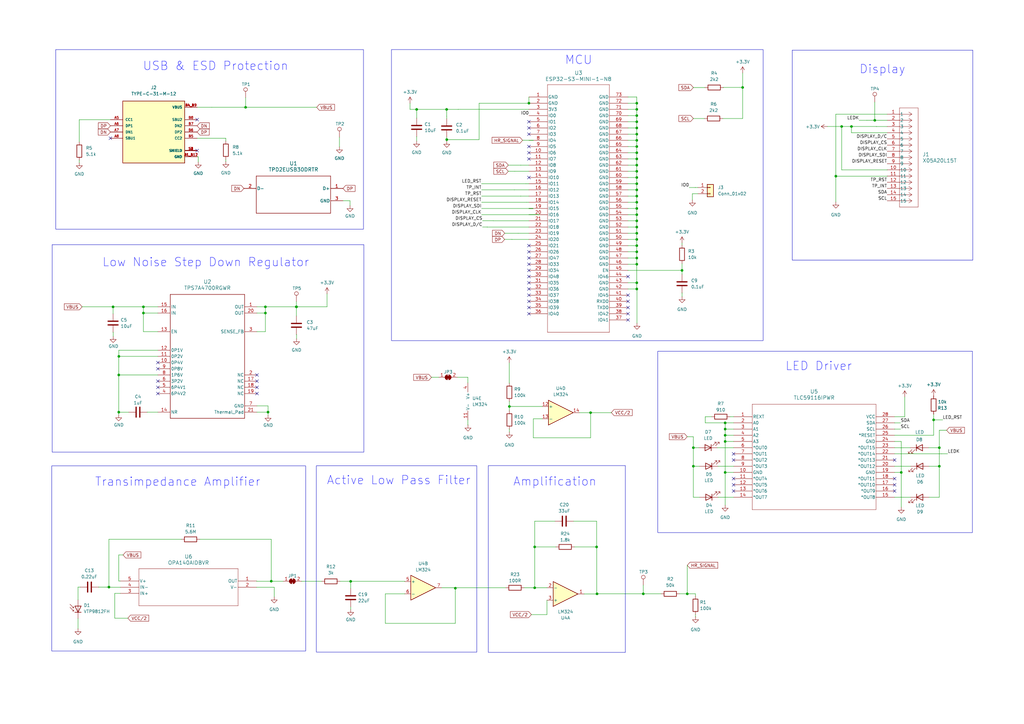
<source format=kicad_sch>
(kicad_sch (version 20230121) (generator eeschema)
  (paper "A3")
  (title_block (title "Optical Pulseoximeter") (date "2024-10-31") (rev "V1") (company "Iiro Karppanen"))
  (junction (at 261.1842 44.864))
  (junction (at 48.7133 153.7904))
  (junction (at 108.8641 128.3904))
  (junction (at 261.1842 105.824))
  (junction (at 143.8185 238.4423))
  (junction (at 46.3694 125.8588))
  (junction (at 261.1842 80.424))
  (junction (at 108.8641 125.8504))
  (junction (at 297.4097 181.0665))
  (junction (at 263.8502 243.5635))
  (junction (at 183.2333 57.2561))
  (junction (at 261.1842 118.524))
  (junction (at 170.8832 44.8748))
  (junction (at 261.1842 85.504))
  (junction (at 261.1842 57.564))
  (junction (at 261.1842 60.104))
  (junction (at 261.1842 115.984))
  (junction (at 261.1842 88.044))
  (junction (at 183.1795 44.8748))
  (junction (at 261.1842 49.944))
  (junction (at 304.582 35.8717))
  (junction (at 382.9143 172.2212))
  (junction (at 281.8831 243.5635))
  (junction (at 48.7586 146.1704))
  (junction (at 244.8709 243.5635))
  (junction (at 297.4166 173.4465))
  (junction (at 44.6809 240.7941))
  (junction (at 261.1842 98.204))
  (junction (at 261.1842 95.664))
  (junction (at 242.2241 169.2515))
  (junction (at 244.6934 224.3258))
  (junction (at 297.4097 178.5265))
  (junction (at 261.1842 72.804))
  (junction (at 109.9353 169.0304))
  (junction (at 261.1842 52.484))
  (junction (at 261.1842 62.644))
  (junction (at 111.2598 238.3706))
  (junction (at 261.1842 82.964))
  (junction (at 261.1842 75.344))
  (junction (at 297.4166 175.9865))
  (junction (at 216.9387 42.324))
  (junction (at 261.1842 55.024))
  (junction (at 208.9278 166.7115))
  (junction (at 284.3879 191.2063))
  (junction (at 261.1842 93.124))
  (junction (at 261.1842 65.184))
  (junction (at 342.8249 72.2525))
  (junction (at 58.8299 125.8504))
  (junction (at 261.1842 77.884))
  (junction (at 186.767 241.2428))
  (junction (at 100.7214 44.0175))
  (junction (at 261.1842 108.364))
  (junction (at 261.1842 42.324))
  (junction (at 58.8299 128.3904))
  (junction (at 358.7918 49.3537))
  (junction (at 121.5739 125.8504))
  (junction (at 219.2905 224.3258))
  (junction (at 279.7257 110.9059))
  (junction (at 261.1842 103.284))
  (junction (at 261.1842 100.744))
  (junction (at 219.2905 241.0837))
  (junction (at 385.273 183.6283))
  (junction (at 121.5838 125.8504))
  (junction (at 284.3879 183.6132))
  (junction (at 48.7133 169.0369))
  (junction (at 369.6496 193.7665))
  (junction (at 297.4097 193.7665))
  (junction (at 261.1842 67.724))
  (junction (at 261.1842 47.404))
  (junction (at 345.1975 51.8813))
  (junction (at 385.273 191.2156))
  (junction (at 349.2251 51.8813))
  (junction (at 261.1842 70.264))
  (junction (at 261.1842 90.584))
  (no_connect (at 80.8516 61.7685))
  (no_connect (at 257.5787 123.604))
  (no_connect (at 216.9387 110.904))
  (no_connect (at 300.8782 186.1465))
  (no_connect (at 216.9387 65.184))
  (no_connect (at 216.9387 100.744))
  (no_connect (at 64.7551 156.3304))
  (no_connect (at 300.8782 198.8465))
  (no_connect (at 105.3951 156.3304))
  (no_connect (at 64.7551 158.8704))
  (no_connect (at 64.7551 148.7104))
  (no_connect (at 64.7551 161.4104))
  (no_connect (at 216.9387 105.824))
  (no_connect (at 366.9182 198.8465))
  (no_connect (at 366.9182 201.3865))
  (no_connect (at 64.7551 151.2504))
  (no_connect (at 216.9387 103.284))
  (no_connect (at 216.9387 72.804))
  (no_connect (at 216.9387 55.024))
  (no_connect (at 216.9387 60.104))
  (no_connect (at 257.5787 131.224))
  (no_connect (at 216.9387 108.364))
  (no_connect (at 105.3951 153.7904))
  (no_connect (at 216.9387 49.944))
  (no_connect (at 216.9387 62.644))
  (no_connect (at 366.9182 196.3065))
  (no_connect (at 257.5787 121.064))
  (no_connect (at 300.8782 201.3865))
  (no_connect (at 105.3951 161.4104))
  (no_connect (at 216.9387 113.444))
  (no_connect (at 216.9387 52.484))
  (no_connect (at 105.3951 158.8704))
  (no_connect (at 216.9387 128.684))
  (no_connect (at 257.5787 113.444))
  (no_connect (at 80.8516 49.0685))
  (no_connect (at 257.5787 126.144))
  (no_connect (at 216.9387 118.524))
  (no_connect (at 216.9387 123.604))
  (no_connect (at 216.9387 115.984))
  (no_connect (at 45.2916 56.6885))
  (no_connect (at 366.9182 188.6865))
  (no_connect (at 216.9387 126.144))
  (no_connect (at 216.9387 121.064))
  (no_connect (at 257.5787 128.684))
  (no_connect (at 300.8782 188.6865))
  (no_connect (at 300.8782 196.3065))
  (wire (pts (xy 304.582 29.9313) (xy 304.582 35.8717)))
  (wire (pts (xy 196.4965 57.2561) (xy 183.2333 57.2561)))
  (wire (pts (xy 242.2241 169.2515) (xy 250.7478 169.2515)))
  (wire (pts (xy 170.8832 44.8748) (xy 183.1795 44.8748)))
  (wire (pts (xy 244.6934 213.744) (xy 235.2328 213.744)))
  (wire (pts (xy 242.2241 179.5868) (xy 242.2241 169.2515)))
  (wire (pts (xy 289.2755 173.4465) (xy 297.4166 173.4465)))
  (wire (pts (xy 257.5787 110.9059) (xy 257.5787 110.904)))
  (wire (pts (xy 183.2333 57.2561) (xy 183.2333 57.9183)))
  (wire (pts (xy 191.9063 154.758) (xy 191.9063 157.0063)))
  (wire (pts (xy 121.5739 125.8504) (xy 121.5838 125.8504)))
  (wire (pts (xy 158.065 243.5785) (xy 165.9622 243.5785)))
  (wire (pts (xy 183.2333 56.2725) (xy 183.1963 56.2725)))
  (wire (pts (xy 261.1842 47.404) (xy 261.1842 49.944)))
  (wire (pts (xy 143.5596 82.3656) (xy 140.6714 82.3656)))
  (wire (pts (xy 373.4634 191.2156) (xy 366.9182 191.2156)))
  (wire (pts (xy 186.767 241.0431) (xy 181.2022 241.0431)))
  (wire (pts (xy 257.5787 49.944) (xy 261.1842 49.944)))
  (wire (pts (xy 183.1795 44.8748) (xy 183.1795 47.6239)))
  (wire (pts (xy 250.7478 169.2034) (xy 250.7478 169.2515)))
  (wire (pts (xy 143.8185 248.9483) (xy 143.8185 249.916)))
  (wire (pts (xy 208.9278 164.7136) (xy 208.9278 166.7115)))
  (wire (pts (xy 111.2598 221.2094) (xy 111.2598 238.3706)))
  (wire (pts (xy 208.8701 148.8274) (xy 208.8701 157.0936)))
  (wire (pts (xy 345.1975 69.6875) (xy 363.8524 69.6875)))
  (wire (pts (xy 297.4097 193.7665) (xy 300.8782 193.7665)))
  (wire (pts (xy 224.3372 246.1533) (xy 224.3372 252.0633)))
  (wire (pts (xy 58.8299 125.8504) (xy 46.3694 125.8504)))
  (wire (pts (xy 300.8782 170.8998) (xy 300.8782 170.9065)))
  (wire (pts (xy 207.0132 95.6653) (xy 212.5152 95.6653)))
  (wire (pts (xy 64.7551 143.6304) (xy 48.7586 143.6304)))
  (wire (pts (xy 261.1842 77.884) (xy 261.1842 80.424)))
  (wire (pts (xy 105.3951 128.3904) (xy 108.8641 128.3904)))
  (wire (pts (xy 283.9883 82.0146) (xy 283.9883 79.4437)))
  (wire (pts (xy 64.7551 125.8504) (xy 58.8299 125.8504)))
  (wire (pts (xy 108.8641 128.3904) (xy 108.8641 125.8504)))
  (wire (pts (xy 197.5134 77.883) (xy 210.9931 77.883)))
  (wire (pts (xy 261.1842 118.524) (xy 257.5787 118.524)))
  (wire (pts (xy 81.3166 64.3085) (xy 80.8516 64.3085)))
  (wire (pts (xy 284.3666 35.9015) (xy 284.3666 35.9029)))
  (wire (pts (xy 281.8831 243.5635) (xy 285.2478 243.5635)))
  (wire (pts (xy 219.2905 224.3258) (xy 228.0031 224.3258)))
  (wire (pts (xy 283.9883 79.4437) (xy 286.2506 79.4437)))
  (wire (pts (xy 208.8701 157.0936) (xy 208.9133 157.0936)))
  (wire (pts (xy 371.0703 162.7995) (xy 371.0703 170.9065)))
  (wire (pts (xy 386.1601 186.1469) (xy 386.1601 186.1465)))
  (wire (pts (xy 284.3879 203.9416) (xy 286.9263 203.9416)))
  (wire (pts (xy 221.1531 88.044) (xy 216.9387 88.044)))
  (wire (pts (xy 170.8832 48.4341) (xy 170.8798 48.4341)))
  (wire (pts (xy 304.582 35.8717) (xy 304.582 48.6085)))
  (wire (pts (xy 210.9931 77.884) (xy 216.9387 77.884)))
  (wire (pts (xy 279.7389 120.1696) (xy 279.7257 120.1696)))
  (wire (pts (xy 355.4548 49.3614) (xy 355.4548 49.3537)))
  (wire (pts (xy 261.1842 103.284) (xy 261.1842 105.824)))
  (wire (pts (xy 352.3275 49.3614) (xy 355.4548 49.3614)))
  (wire (pts (xy 143.8185 238.4423) (xy 165.9622 238.4423)))
  (wire (pts (xy 48.7133 153.7904) (xy 48.7133 146.1704)))
  (wire (pts (xy 261.2556 118.524) (xy 261.1842 118.524)))
  (wire (pts (xy 285.225 76.9075) (xy 285.225 76.9037)))
  (wire (pts (xy 44.6809 240.7941) (xy 44.6809 240.8421)))
  (wire (pts (xy 261.1842 55.024) (xy 261.1842 57.564)))
  (wire (pts (xy 48.7133 153.7904) (xy 48.7133 169.0369)))
  (wire (pts (xy 304.582 48.6085) (xy 296.4934 48.6085)))
  (wire (pts (xy 285.2478 252.9096) (xy 285.2649 252.9096)))
  (wire (pts (xy 257.5787 115.984) (xy 261.1842 115.984)))
  (wire (pts (xy 111.2598 238.3706) (xy 105.2505 238.3706)))
  (wire (pts (xy 278.7171 243.5635) (xy 281.8831 243.5635)))
  (wire (pts (xy 212.5152 95.6653) (xy 212.5152 95.664)))
  (wire (pts (xy 261.1842 105.824) (xy 261.1842 108.364)))
  (wire (pts (xy 47.0788 243.3811) (xy 49.3705 243.3811)))
  (wire (pts (xy 197.8943 93.1111) (xy 199.8206 93.1111)))
  (wire (pts (xy 257.5787 44.864) (xy 261.1842 44.864)))
  (wire (pts (xy 385.273 176.4723) (xy 385.273 183.6283)))
  (wire (pts (xy 285.2478 244.4589) (xy 285.2478 243.5635)))
  (wire (pts (xy 64.7551 153.7904) (xy 48.7133 153.7904)))
  (wire (pts (xy 261.1842 57.564) (xy 261.1842 60.104)))
  (wire (pts (xy 386.5989 172.2212) (xy 386.5989 172.2059)))
  (wire (pts (xy 239.5772 243.6133) (xy 244.8709 243.6133)))
  (wire (pts (xy 216.9387 42.324) (xy 196.4965 42.324)))
  (wire (pts (xy 40.5096 240.796) (xy 40.5096 240.7863)))
  (wire (pts (xy 109.9353 169.0304) (xy 109.9353 170.265)))
  (wire (pts (xy 261.1842 98.204) (xy 261.1842 100.744)))
  (wire (pts (xy 143.8185 238.4423) (xy 143.8185 241.3283)))
  (wire (pts (xy 109.9353 166.4904) (xy 109.9353 169.0304)))
  (wire (pts (xy 382.9143 178.5265) (xy 382.9143 172.2212)))
  (wire (pts (xy 105.3951 169.0304) (xy 109.9353 169.0304)))
  (wire (pts (xy 214.3331 57.5556) (xy 218.7564 57.5556)))
  (wire (pts (xy 366.9182 203.9333) (xy 366.9182 203.9265)))
  (wire (pts (xy 31.9988 240.7863) (xy 31.9988 246.038)))
  (wire (pts (xy 43.8824 240.796) (xy 43.8824 240.7941)))
  (wire (pts (xy 216.0731 82.964) (xy 216.9387 82.964)))
  (wire (pts (xy 300.8782 181.0665) (xy 297.4097 181.0665)))
  (wire (pts (xy 358.7918 41.9069) (xy 358.7791 41.9069)))
  (wire (pts (xy 257.5787 62.644) (xy 261.1842 62.644)))
  (wire (pts (xy 261.1842 67.724) (xy 261.1842 70.264)))
  (wire (pts (xy 215.0353 241.0837) (xy 215.0353 241.068)))
  (wire (pts (xy 366.9182 173.4523) (xy 366.9182 173.4465)))
  (wire (pts (xy 183.2333 56.2725) (xy 183.2333 57.2561)))
  (wire (pts (xy 218.7564 57.5556) (xy 218.7564 57.564)))
  (wire (pts (xy 366.9182 183.6283) (xy 366.9182 183.6065)))
  (wire (pts (xy 382.9143 172.2212) (xy 382.9143 169.9302)))
  (wire (pts (xy 342.8249 72.2525) (xy 363.8524 72.2525)))
  (wire (pts (xy 261.1842 80.424) (xy 261.1842 82.964)))
  (wire (pts (xy 263.8502 243.5635) (xy 263.8502 240.0161)))
  (wire (pts (xy 170.8647 56.0541) (xy 170.8798 56.0541)))
  (wire (pts (xy 369.3801 175.9923) (xy 366.9182 175.9923)))
  (wire (pts (xy 373.4265 203.9333) (xy 366.9182 203.9333)))
  (wire (pts (xy 261.1842 44.864) (xy 261.1842 47.404)))
  (wire (pts (xy 100.7214 44.0175) (xy 100.7214 40.034)))
  (wire (pts (xy 58.8299 136.0104) (xy 64.7551 136.0104)))
  (wire (pts (xy 64.7551 128.3904) (xy 58.8299 128.3904)))
  (wire (pts (xy 134.1278 120.5199) (xy 134.1278 125.8504)))
  (wire (pts (xy 300.8782 183.6132) (xy 300.8782 183.6065)))
  (wire (pts (xy 244.7238 243.5635) (xy 244.7238 224.3258)))
  (wire (pts (xy 289.2755 170.8998) (xy 289.2755 173.4465)))
  (wire (pts (xy 168.1659 42.3389) (xy 168.1659 44.8748)))
  (wire (pts (xy 359.4934 51.8937) (xy 359.4934 51.8813)))
  (wire (pts (xy 210.9931 77.883) (xy 210.9931 77.884)))
  (wire (pts (xy 32.8896 240.7863) (xy 31.9988 240.7863)))
  (wire (pts (xy 48.7586 146.1704) (xy 64.7551 146.1704)))
  (wire (pts (xy 74.3483 221.2094) (xy 44.6809 221.2094)))
  (wire (pts (xy 284.3879 191.2063) (xy 286.8733 191.2063)))
  (wire (pts (xy 304.582 35.8717) (xy 296.7244 35.8717)))
  (wire (pts (xy 388.2568 176.4723) (xy 385.273 176.4723)))
  (wire (pts (xy 257.5787 80.424) (xy 261.1842 80.424)))
  (wire (pts (xy 257.5787 108.364) (xy 261.1842 108.364)))
  (wire (pts (xy 279.7257 110.9059) (xy 279.7257 112.5496)))
  (wire (pts (xy 105.3951 125.8504) (xy 108.8641 125.8504)))
  (wire (pts (xy 206.9606 98.2009) (xy 209.9752 98.2009)))
  (wire (pts (xy 116.1092 238.3706) (xy 111.2598 238.3706)))
  (wire (pts (xy 388.6917 186.1469) (xy 386.1601 186.1469)))
  (wire (pts (xy 218.6131 85.504) (xy 216.9387 85.504)))
  (wire (pts (xy 359.4934 51.8937) (xy 363.8524 51.8937)))
  (wire (pts (xy 345.1975 51.8813) (xy 339.3612 51.8813)))
  (wire (pts (xy 212.5152 95.664) (xy 216.9387 95.664)))
  (wire (pts (xy 44.6809 221.2094) (xy 44.6809 240.7941)))
  (wire (pts (xy 349.2251 51.8813) (xy 345.1975 51.8813)))
  (wire (pts (xy 257.5787 39.784) (xy 261.1842 39.784)))
  (wire (pts (xy 139.2316 60.2356) (xy 139.2316 56.2521)))
  (wire (pts (xy 218.6131 85.503) (xy 218.6131 85.504)))
  (wire (pts (xy 257.5787 105.824) (xy 261.1842 105.824)))
  (wire (pts (xy 199.8206 93.124) (xy 216.9387 93.124)))
  (wire (pts (xy 342.8249 72.2525) (xy 342.8249 82.833)))
  (wire (pts (xy 208.9418 176.0327) (xy 208.9278 176.0327)))
  (wire (pts (xy 202.3606 90.584) (xy 216.9387 90.584)))
  (wire (pts (xy 297.4097 178.5265) (xy 297.4097 181.0665)))
  (wire (pts (xy 186.8003 241.068) (xy 186.8003 241.2428)))
  (wire (pts (xy 294.5463 203.9265) (xy 294.5463 203.9416)))
  (wire (pts (xy 281.8831 231.8405) (xy 281.8831 243.5635)))
  (wire (pts (xy 284.3879 179.1064) (xy 284.3879 183.6132)))
  (wire (pts (xy 369.6496 193.7665) (xy 369.6496 181.0665)))
  (wire (pts (xy 100.7214 44.0175) (xy 86.8803 44.0175)))
  (wire (pts (xy 300.8782 191.2063) (xy 300.8782 191.2265)))
  (wire (pts (xy 217.9286 252.0633) (xy 224.3372 252.0633)))
  (wire (pts (xy 261.1842 85.504) (xy 261.1842 88.044)))
  (wire (pts (xy 208.9278 166.7115) (xy 208.9278 168.4127)))
  (wire (pts (xy 191.9063 172.2463) (xy 191.9063 174.2874)))
  (wire (pts (xy 92.6324 66.2123) (xy 92.6335 66.2123)))
  (wire (pts (xy 261.1842 75.344) (xy 261.1842 77.884)))
  (wire (pts (xy 261.1842 39.784) (xy 261.1842 42.324)))
  (wire (pts (xy 257.5787 100.744) (xy 261.1842 100.744)))
  (wire (pts (xy 216.9387 39.784) (xy 216.9387 42.324)))
  (wire (pts (xy 186.767 241.2428) (xy 186.767 255.6768)))
  (wire (pts (xy 187.9021 44.864) (xy 216.9387 44.864)))
  (wire (pts (xy 139.5295 238.4423) (xy 143.8185 238.4423)))
  (wire (pts (xy 52.4437 253.5284) (xy 47.0788 253.5284)))
  (wire (pts (xy 170.8832 44.8748) (xy 170.8832 48.4341)))
  (wire (pts (xy 209.9752 98.204) (xy 216.9387 98.204)))
  (wire (pts (xy 296.7244 35.8717) (xy 296.7244 35.9015)))
  (wire (pts (xy 48.7586 143.6304) (xy 48.7586 146.1704)))
  (wire (pts (xy 191.9063 174.2874) (xy 191.9436 174.2874)))
  (wire (pts (xy 165.9622 238.4423) (xy 165.9622 238.5031)))
  (wire (pts (xy 105.2505 238.3706) (xy 105.2505 238.3011)))
  (wire (pts (xy 244.8709 243.5635) (xy 263.8502 243.5635)))
  (wire (pts (xy 32.5341 65.7912) (xy 32.5274 65.7912)))
  (wire (pts (xy 385.273 191.2156) (xy 385.273 203.9333)))
  (wire (pts (xy 33.6724 125.8588) (xy 33.6724 125.8382)))
  (wire (pts (xy 237.6333 169.2515) (xy 242.2241 169.2515)))
  (wire (pts (xy 105.2505 240.85) (xy 105.2505 240.8411)))
  (wire (pts (xy 261.2556 132.5381) (xy 261.2556 118.524)))
  (wire (pts (xy 208.4753 70.2619) (xy 211.0639 70.2619)))
  (wire (pts (xy 369.3801 173.4523) (xy 366.9182 173.4523)))
  (wire (pts (xy 261.1842 72.804) (xy 261.1842 75.344)))
  (wire (pts (xy 108.8641 125.8504) (xy 121.5739 125.8504)))
  (wire (pts (xy 257.5787 110.9059) (xy 279.7257 110.9059)))
  (wire (pts (xy 261.1842 115.984) (xy 261.1842 118.524)))
  (wire (pts (xy 49.3705 240.8421) (xy 49.3705 240.8411)))
  (wire (pts (xy 86.8803 43.9885) (xy 80.8516 43.9885)))
  (wire (pts (xy 168.1659 44.8748) (xy 170.8832 44.8748)))
  (wire (pts (xy 48.6684 169.0369) (xy 48.6684 170.095)))
  (wire (pts (xy 227.6128 213.744) (xy 219.2905 213.744)))
  (wire (pts (xy 300.8782 175.9865) (xy 297.4166 175.9865)))
  (wire (pts (xy 197.5134 82.963) (xy 216.0731 82.963)))
  (wire (pts (xy 244.7238 224.3258) (xy 244.6934 224.3258)))
  (wire (pts (xy 158.065 255.6768) (xy 186.767 255.6768)))
  (wire (pts (xy 208.4753 67.7219) (xy 213.6039 67.7219)))
  (wire (pts (xy 261.1842 62.644) (xy 261.1842 65.184)))
  (wire (pts (xy 385.273 191.2156) (xy 381.0834 191.2156)))
  (wire (pts (xy 366.9182 191.2156) (xy 366.9182 191.2265)))
  (wire (pts (xy 45.2916 49.0685) (xy 32.5274 49.0685)))
  (wire (pts (xy 257.5787 88.044) (xy 261.1842 88.044)))
  (wire (pts (xy 263.8502 240.0161) (xy 263.8556 240.0161)))
  (wire (pts (xy 285.225 76.9037) (xy 286.2506 76.9037)))
  (wire (pts (xy 121.6208 138.8796) (xy 121.6208 137.2338)))
  (wire (pts (xy 80.8516 56.6885) (xy 92.6324 56.6885)))
  (wire (pts (xy 196.4965 42.324) (xy 196.4965 57.2561)))
  (wire (pts (xy 219.2905 224.3258) (xy 219.2905 241.0837)))
  (wire (pts (xy 219.2905 241.0837) (xy 224.3372 241.0837)))
  (wire (pts (xy 222.3933 171.7915) (xy 218.7641 171.7915)))
  (wire (pts (xy 46.4064 137.9599) (xy 46.4064 136.3141)))
  (wire (pts (xy 355.4548 49.3537) (xy 358.7918 49.3537)))
  (wire (pts (xy 221.1531 88.043) (xy 221.1531 88.044)))
  (wire (pts (xy 213.5331 80.423) (xy 213.5331 80.424)))
  (wire (pts (xy 363.8524 72.2525) (xy 363.8524 72.2137)))
  (wire (pts (xy 108.8641 136.0104) (xy 108.8641 128.3904)))
  (wire (pts (xy 285.2478 252.0789) (xy 285.2478 252.9096)))
  (wire (pts (xy 261.1842 93.124) (xy 261.1842 95.664)))
  (wire (pts (xy 216.0731 82.963) (xy 216.0731 82.964)))
  (wire (pts (xy 176.957 154.758) (xy 176.957 154.7787)))
  (wire (pts (xy 257.5787 82.964) (xy 261.1842 82.964)))
  (wire (pts (xy 257.5787 67.724) (xy 261.1842 67.724)))
  (wire (pts (xy 211.0639 70.2619) (xy 211.0639 70.264)))
  (wire (pts (xy 294.4933 191.2063) (xy 300.8782 191.2063)))
  (wire (pts (xy 235.6231 224.3258) (xy 244.6934 224.3258)))
  (wire (pts (xy 358.7918 49.3537) (xy 358.7918 41.9069)))
  (wire (pts (xy 244.8709 243.6133) (xy 244.8709 243.5635)))
  (wire (pts (xy 48.7208 238.3011) (xy 49.3705 238.3011)))
  (wire (pts (xy 121.6208 137.2338) (xy 121.5838 137.2338)))
  (wire (pts (xy 58.8299 128.3904) (xy 58.8299 136.0104)))
  (wire (pts (xy 31.9988 257.8327) (xy 31.9988 253.658)))
  (wire (pts (xy 261.1842 88.044) (xy 261.1842 90.584)))
  (wire (pts (xy 58.8299 125.8504) (xy 58.8299 128.3904)))
  (wire (pts (xy 257.5787 65.184) (xy 261.1842 65.184)))
  (wire (pts (xy 170.8647 57.8462) (xy 170.8647 56.0541)))
  (wire (pts (xy 218.7564 57.564) (xy 216.9387 57.564)))
  (wire (pts (xy 158.065 243.5785) (xy 158.065 255.6768)))
  (wire (pts (xy 385.273 203.9333) (xy 381.0465 203.9333)))
  (wire (pts (xy 284.3666 48.6085) (xy 284.3666 48.6029)))
  (wire (pts (xy 281.857 179.1064) (xy 284.3879 179.1064)))
  (wire (pts (xy 257.5787 57.564) (xy 261.1842 57.564)))
  (wire (pts (xy 257.5787 75.344) (xy 261.1842 75.344)))
  (wire (pts (xy 257.5787 85.504) (xy 261.1842 85.504)))
  (wire (pts (xy 261.1842 108.364) (xy 261.1842 115.984)))
  (wire (pts (xy 244.6934 224.3258) (xy 244.6934 213.744)))
  (wire (pts (xy 294.2277 183.6132) (xy 300.8782 183.6132)))
  (wire (pts (xy 208.9278 164.7136) (xy 208.9133 164.7136)))
  (wire (pts (xy 371.0703 170.9065) (xy 366.9182 170.9065)))
  (wire (pts (xy 43.8824 240.7941) (xy 44.6809 240.7941)))
  (wire (pts (xy 386.1601 186.1465) (xy 366.9182 186.1465)))
  (wire (pts (xy 134.1278 125.8504) (xy 121.5838 125.8504)))
  (wire (pts (xy 345.1975 69.6875) (xy 345.1975 51.8813)))
  (wire (pts (xy 218.7641 179.5868) (xy 242.2241 179.5868)))
  (wire (pts (xy 261.1842 65.184) (xy 261.1842 67.724)))
  (wire (pts (xy 261.1842 52.484) (xy 261.1842 55.024)))
  (wire (pts (xy 81.3166 64.3085) (xy 81.3166 66.4211)))
  (wire (pts (xy 165.9622 243.5785) (xy 165.9622 243.5831)))
  (wire (pts (xy 385.273 183.6283) (xy 385.273 191.2156)))
  (wire (pts (xy 261.1842 82.964) (xy 261.1842 85.504)))
  (wire (pts (xy 284.3879 191.2063) (xy 284.3879 203.9416)))
  (wire (pts (xy 369.6496 207.9818) (xy 369.6496 193.7665)))
  (wire (pts (xy 46.4064 136.3141) (xy 46.3694 136.3141)))
  (wire (pts (xy 32.5341 66.6939) (xy 32.5341 65.7912)))
  (wire (pts (xy 92.6324 65.4275) (xy 92.6324 66.2123)))
  (wire (pts (xy 297.4166 173.4465) (xy 297.4166 175.9865)))
  (wire (pts (xy 349.2251 54.4337) (xy 349.2251 51.8813)))
  (wire (pts (xy 47.0788 253.5284) (xy 47.0788 243.3811)))
  (wire (pts (xy 92.6324 56.6885) (xy 92.6324 57.8075)))
  (wire (pts (xy 105.3951 166.4904) (xy 109.9353 166.4904)))
  (wire (pts (xy 183.1795 47.6239) (xy 183.1963 47.6239)))
  (wire (pts (xy 257.5787 47.404) (xy 261.1842 47.404)))
  (wire (pts (xy 291.8242 170.8998) (xy 289.2755 170.8998)))
  (wire (pts (xy 342.8249 46.8137) (xy 342.8249 72.2525)))
  (wire (pts (xy 46.3694 125.8588) (xy 46.3694 128.6941)))
  (wire (pts (xy 382.9143 172.2212) (xy 386.5989 172.2212)))
  (wire (pts (xy 261.1842 90.584) (xy 261.1842 93.124)))
  (wire (pts (xy 288.8734 48.6085) (xy 284.3666 48.6085)))
  (wire (pts (xy 112.4528 240.85) (xy 112.4528 244.7906)))
  (wire (pts (xy 213.6039 67.724) (xy 216.9387 67.724)))
  (wire (pts (xy 369.6496 181.0665) (xy 366.9182 181.0665)))
  (wire (pts (xy 199.8206 93.1111) (xy 199.8206 93.124)))
  (wire (pts (xy 257.5787 55.024) (xy 261.1842 55.024)))
  (wire (pts (xy 297.4097 175.9865) (xy 297.4097 178.5265)))
  (wire (pts (xy 46.3694 125.8504) (xy 46.3694 125.8588)))
  (wire (pts (xy 261.1842 60.104) (xy 261.1842 62.644)))
  (wire (pts (xy 105.3951 136.0104) (xy 108.8641 136.0104)))
  (wire (pts (xy 44.6809 240.8421) (xy 49.3705 240.8421)))
  (wire (pts (xy 284.3879 183.6132) (xy 286.6077 183.6132)))
  (wire (pts (xy 197.5134 80.423) (xy 213.5331 80.423)))
  (wire (pts (xy 284.3879 183.6132) (xy 284.3879 191.2063)))
  (wire (pts (xy 131.9095 238.4423) (xy 123.7292 238.4423)))
  (wire (pts (xy 358.7918 49.3537) (xy 363.8524 49.3537)))
  (wire (pts (xy 186.767 241.0431) (xy 186.767 241.2428)))
  (wire (pts (xy 143.5596 84.2961) (xy 143.5596 82.3656)))
  (wire (pts (xy 261.1842 49.944) (xy 261.1842 52.484)))
  (wire (pts (xy 224.3372 241.0837) (xy 224.3372 241.0733)))
  (wire (pts (xy 50.4793 227.6132) (xy 48.7208 227.6132)))
  (wire (pts (xy 215.5906 75.345) (xy 215.5906 75.344)))
  (wire (pts (xy 244.7238 243.5635) (xy 244.8709 243.5635)))
  (wire (pts (xy 121.5838 125.8504) (xy 121.5838 129.6138)))
  (wire (pts (xy 261.1842 95.664) (xy 261.1842 98.204)))
  (wire (pts (xy 261.1842 100.744) (xy 261.1842 103.284)))
  (wire (pts (xy 197.8943 90.5711) (xy 202.3606 90.5711)))
  (wire (pts (xy 186.8003 241.2428) (xy 186.767 241.2428)))
  (wire (pts (xy 197.5134 85.503) (xy 218.6131 85.503)))
  (wire (pts (xy 207.4153 241.068) (xy 186.8003 241.068)))
  (wire (pts (xy 46.3694 125.8588) (xy 33.6724 125.8588)))
  (wire (pts (xy 257.5787 103.284) (xy 261.1842 103.284)))
  (wire (pts (xy 187.9021 44.8748) (xy 183.1795 44.8748)))
  (wire (pts (xy 380.9135 183.6283) (xy 385.273 183.6283)))
  (wire (pts (xy 289.1044 35.9015) (xy 284.3666 35.9015)))
  (wire (pts (xy 366.9182 175.9923) (xy 366.9182 175.9865)))
  (wire (pts (xy 297.4097 181.0665) (xy 297.4097 193.7665)))
  (wire (pts (xy 100.7214 44.0175) (xy 129.8929 44.0175)))
  (wire (pts (xy 369.6496 193.7665) (xy 366.9182 193.7665)))
  (wire (pts (xy 257.5787 93.124) (xy 261.1842 93.124)))
  (wire (pts (xy 257.5787 52.484) (xy 261.1842 52.484)))
  (wire (pts (xy 123.7292 238.4423) (xy 123.7292 238.3706)))
  (wire (pts (xy 279.73 99.6884) (xy 279.73 100.4915)))
  (wire (pts (xy 40.5096 240.796) (xy 43.8824 240.796)))
  (wire (pts (xy 282.6547 76.9075) (xy 285.225 76.9075)))
  (wire (pts (xy 373.2935 183.6283) (xy 366.9182 183.6283)))
  (wire (pts (xy 48.7133 146.1704) (xy 48.7586 146.1704)))
  (wire (pts (xy 299.4442 170.8998) (xy 300.8782 170.8998)))
  (wire (pts (xy 60.3989 169.0304) (xy 60.3989 169.0369)))
  (wire (pts (xy 279.7389 121.6304) (xy 279.7389 120.1696)))
  (wire (pts (xy 105.2505 240.85) (xy 112.4528 240.85)))
  (wire (pts (xy 211.0639 70.264) (xy 216.9387 70.264)))
  (wire (pts (xy 48.7133 169.0369) (xy 48.6684 169.0369)))
  (wire (pts (xy 297.4166 175.9865) (xy 297.4097 175.9865)))
  (wire (pts (xy 121.5739 123.6958) (xy 121.5739 125.8504)))
  (wire (pts (xy 257.5787 95.664) (xy 261.1842 95.664)))
  (wire (pts (xy 213.5331 80.424) (xy 216.9387 80.424)))
  (wire (pts (xy 218.7641 171.7915) (xy 218.7641 179.5868)))
  (wire (pts (xy 257.5787 60.104) (xy 261.1842 60.104)))
  (wire (pts (xy 183.1963 47.6239) (xy 183.1963 48.6525)))
  (wire (pts (xy 257.5787 42.324) (xy 261.1842 42.324)))
  (wire (pts (xy 32.5274 49.0685) (xy 32.5274 58.1712)))
  (wire (pts (xy 187.5955 154.758) (xy 191.9063 154.758)))
  (wire (pts (xy 300.8782 203.9265) (xy 294.5463 203.9265)))
  (wire (pts (xy 48.7208 227.6132) (xy 48.7208 238.3011)))
  (wire (pts (xy 263.8502 243.5635) (xy 271.0971 243.5635)))
  (wire (pts (xy 222.3933 166.7115) (xy 208.9278 166.7115)))
  (wire (pts (xy 363.8524 69.6737) (xy 363.8524 69.6875)))
  (wire (pts (xy 349.2251 51.8813) (xy 359.4934 51.8813)))
  (wire (pts (xy 257.5787 90.584) (xy 261.1842 90.584)))
  (wire (pts (xy 279.73 108.1115) (xy 279.73 110.9059)))
  (wire (pts (xy 197.5134 88.043) (xy 221.1531 88.043)))
  (wire (pts (xy 297.4097 207.1516) (xy 297.4097 193.7665)))
  (wire (pts (xy 257.5787 98.204) (xy 261.1842 98.204)))
  (wire (pts (xy 257.5787 77.884) (xy 261.1842 77.884)))
  (wire (pts (xy 213.6039 67.7219) (xy 213.6039 67.724)))
  (wire (pts (xy 300.8782 173.4465) (xy 297.4166 173.4465)))
  (wire (pts (xy 279.73 110.9059) (xy 279.7257 110.9059)))
  (wire (pts (xy 209.9752 98.2009) (xy 209.9752 98.204)))
  (wire (pts (xy 257.5787 72.804) (xy 261.1842 72.804)))
  (wire (pts (xy 349.2251 54.4337) (xy 363.8524 54.4337)))
  (wire (pts (xy 208.9418 177.1667) (xy 208.9418 176.0327)))
  (wire (pts (xy 52.7789 169.0369) (xy 48.7133 169.0369)))
  (wire (pts (xy 219.2905 213.744) (xy 219.2905 224.3258)))
  (wire (pts (xy 215.5906 75.344) (xy 216.9387 75.344)))
  (wire (pts (xy 197.4631 75.345) (xy 215.5906 75.345)))
  (wire (pts (xy 81.9683 221.2094) (xy 111.2598 221.2094)))
  (wire (pts (xy 215.0353 241.0837) (xy 219.2905 241.0837)))
  (wire (pts (xy 179.9755 154.758) (xy 176.957 154.758)))
  (wire (pts (xy 64.7551 169.0304) (xy 60.3989 169.0304)))
  (wire (pts (xy 257.5787 70.264) (xy 261.1842 70.264)))
  (wire (pts (xy 261.1842 70.264) (xy 261.1842 72.804)))
  (wire (pts (xy 261.1842 42.324) (xy 261.1842 44.864)))
  (wire (pts (xy 202.3606 90.5711) (xy 202.3606 90.584)))
  (wire (pts (xy 366.9182 178.5265) (xy 382.9143 178.5265)))
  (wire (pts (xy 300.8782 178.5265) (xy 297.4097 178.5265)))
  (wire (pts (xy 187.9021 44.864) (xy 187.9021 44.8748)))
  (wire (pts (xy 86.8803 44.0175) (xy 86.8803 43.9885)))
  (wire (pts (xy 363.8524 46.8137) (xy 342.8249 46.8137)))
  (rectangle (start 324.9383 20.5699) (end 399.0084 106.68))
  (rectangle (start 269.7953 144.0466) (end 398.8396 218.44))
  (rectangle (start 21.2241 191.0834) (end 125.3641 267.0156))
  (rectangle (start 129.7539 191.0421) (end 195.58 267.4461))
  (rectangle (start 21.3819 100.3406) (end 149.2512 185.42))
  (rectangle (start 160.5612 20.32) (end 312.9838 139.7))
  (rectangle (start 22.86 20.3365) (end 149.084 93.98))
  (rectangle (start 200.2897 190.9593) (end 256.495 267.5829))
  (label "DISPLAY_RESET" (at 363.8524 67.1337 180))
  (label "LEDK" (at 352.3275 49.3614 180))
  (label "LEDK" (at 388.6917 186.1469 0))
  (label "DISPLAY_RESET" (at 197.5134 82.963 180))
  (label "SCL" (at 369.3801 175.9923 0))
  (label "IO0" (at 282.6547 76.9075 180))
  (label "SDA" (at 369.3801 173.4523 0))
  (label "DISPLAY_SDI" (at 363.8524 64.5937 180))
  (label "TP_RST" (at 363.8524 74.7537 180))
  (label "DISPLAY_SDI" (at 197.5134 85.503 180))
  (label "LED_RST" (at 386.5989 172.2059 0))
  (label "IO0" (at 216.9387 47.404 180))
  (label "Transimpedance Amplifier" (at 38.8758 200.4882 0) (effects (font (size 3.5 3.5))))
  (label "Active Low Pass Filter" (at 133.9555 199.858 0) (effects (font (size 3.5 3.5))))
  (label "TP_RST" (at 197.5134 80.423 180))
  (label "TP_INT" (at 363.8524 77.2937 180))
  (label "Amplification" (at 210.3891 200.4 0) (effects (font (size 3.5 3.5))))
  (label "DISPLAY_D{slash}C" (at 197.8943 93.1111 180))
  (label "Low Noise Step Down Regulator" (at 41.8986 110.4546 0) (effects (font (size 3.5 3.5))))
  (label "MCU" (at 231.6133 27.4795 0) (effects (font (size 3.5 3.5))))
  (label "SDA" (at 363.8524 79.8337 180))
  (label "DISPLAY_CS" (at 363.8524 59.5137 180))
  (label "DISPLAY_CLK" (at 363.8524 62.0537 180))
  (label "LED Driver" (at 322.0345 153.023 0) (effects (font (size 3.5 3.5))))
  (label "TP_INT" (at 197.5134 77.883 180))
  (label "LED_RST" (at 197.4631 75.345 180))
  (label "DISPLAY_D{slash}C" (at 363.8524 56.9737 180))
  (label "SCL" (at 363.8524 82.3737 180))
  (label "DISPLAY_CLK" (at 197.5134 88.043 180))
  (label "USB & ESD Protection" (at 58.5041 29.9527 0) (effects (font (size 3.5 3.5))))
  (label "DISPLAY_CS" (at 197.8943 90.5711 180))
  (label "Display" (at 352.3993 31.272 0) (effects (font (size 3.5 3.5))))
  (global_label "VBUS" (shape input) (at 281.857 179.1064 180) (property "Intersheetrefs" "${INTERSHEET_REFS}" (effects hide)))
  (global_label "DP" (shape input) (at 80.8516 54.1485 0) (property "Intersheetrefs" "${INTERSHEET_REFS}" (effects hide)))
  (global_label "DN" (shape input) (at 100.0314 77.2856 180) (property "Intersheetrefs" "${INTERSHEET_REFS}" (effects hide)))
  (global_label "DN" (shape input) (at 80.8516 51.6085 0) (property "Intersheetrefs" "${INTERSHEET_REFS}" (effects hide)))
  (global_label "SCL" (shape input) (at 208.4753 70.2619 180) (property "Intersheetrefs" "${INTERSHEET_REFS}" (effects hide)))
  (global_label "VCC{slash}2" (shape input) (at 250.7478 169.2034 0) (property "Intersheetrefs" "${INTERSHEET_REFS}" (effects hide)))
  (global_label "DN" (shape input) (at 207.0132 95.6653 180) (property "Intersheetrefs" "${INTERSHEET_REFS}" (effects hide)))
  (global_label "HR_SIGNAL" (shape input) (at 281.8831 231.8405 0) (property "Intersheetrefs" "${INTERSHEET_REFS}" (effects hide)))
  (global_label "SCL" (shape input) (at 284.3666 48.6029 180) (property "Intersheetrefs" "${INTERSHEET_REFS}" (effects hide)))
  (global_label "VCC{slash}2" (shape input) (at 217.9286 252.0633 180) (property "Intersheetrefs" "${INTERSHEET_REFS}" (effects hide)))
  (global_label "VBUS" (shape input) (at 129.8929 44.0175 0) (property "Intersheetrefs" "${INTERSHEET_REFS}" (effects hide)))
  (global_label "DP" (shape input) (at 206.9606 98.2009 180) (property "Intersheetrefs" "${INTERSHEET_REFS}" (effects hide)))
  (global_label "VBUS" (shape input) (at 50.4793 227.6132 0) (property "Intersheetrefs" "${INTERSHEET_REFS}" (effects hide)))
  (global_label "VBUS" (shape input) (at 388.2568 176.4723 0) (property "Intersheetrefs" "${INTERSHEET_REFS}" (effects hide)))
  (global_label "VBUS" (shape input) (at 33.6724 125.8382 180) (property "Intersheetrefs" "${INTERSHEET_REFS}" (effects hide)))
  (global_label "SDA" (shape input) (at 208.4753 67.7219 180) (property "Intersheetrefs" "${INTERSHEET_REFS}" (effects hide)))
  (global_label "VBUS" (shape input) (at 176.957 154.7787 180) (property "Intersheetrefs" "${INTERSHEET_REFS}" (effects hide)))
  (global_label "DN" (shape input) (at 45.2916 54.1485 180) (property "Intersheetrefs" "${INTERSHEET_REFS}" (effects hide)))
  (global_label "DP" (shape input) (at 45.2916 51.6085 180) (property "Intersheetrefs" "${INTERSHEET_REFS}" (effects hide)))
  (global_label "DP" (shape input) (at 140.6714 77.2856 0) (property "Intersheetrefs" "${INTERSHEET_REFS}" (effects hide)))
  (global_label "HR_SIGNAL" (shape input) (at 214.3331 57.5556 180) (property "Intersheetrefs" "${INTERSHEET_REFS}" (effects hide)))
  (global_label "VCC{slash}2" (shape input) (at 52.4437 253.5284 0) (property "Intersheetrefs" "${INTERSHEET_REFS}" (effects hide)))
  (global_label "SDA" (shape input) (at 284.3666 35.9029 180) (property "Intersheetrefs" "${INTERSHEET_REFS}" (effects hide)))
  (symbol (lib_id "Jumper:SolderJumper_2_Bridged") (at 183.7855 154.758 0) (unit 1)
    (property "Reference" "JP3" (at 183.8367 152.5561 0))
    (property "Value" "SolderJumper_2_Bridged" (effects hide))
    (property "Footprint" "Jumper:SolderJumper-2_P1.3mm_Open_RoundedPad1.0x1.5mm" (effects hide))
  )
  (symbol (lib_id "Device:C") (at 46.3694 132.5041 0) (unit 1)
    (property "Reference" "C5" (at 49.4474 131.2341 0) (effects (justify left)))
    (property "Value" "10uF" (at 49.4474 133.7741 0) (effects (justify left)))
    (property "Footprint" "Capacitor_SMD:C_0402_1005Metric" (effects hide))
  )
  (symbol (lib_id "power:GND") (at 279.7389 121.6304 0) (unit 1)
    (property "Reference" "#PWR05" (effects hide))
    (property "Value" "GND" (at 279.7389 126.9048 0))
  )
  (symbol (lib_id "Device:LED") (at 377.2734 191.2156 0) (unit 1)
    (property "Reference" "D6" (at 377.3788 197.6224 0))
    (property "Value" "LED" (at 377.3788 195.0824 0))
    (property "Footprint" "LED_THT:LED_D3.0mm" (effects hide))
  )
  (symbol (lib_id "power:GND") (at 31.9988 257.8327 0) (unit 1)
    (property "Reference" "#PWR031" (effects hide))
    (property "Value" "GND" (at 31.9988 263.2055 0))
  )
  (symbol (lib_id "Device:LED") (at 290.4177 183.6132 180) (unit 1)
    (property "Reference" "D7" (at 290.4373 177.1907 0))
    (property "Value" "LED" (at 290.4373 179.7307 0))
    (property "Footprint" "LED_THT:LED_D3.0mm" (effects hide))
  )
  (symbol (lib_id "power:GND") (at 191.9436 174.2874 0) (unit 1)
    (property "Reference" "#PWR021" (effects hide))
    (property "Value" "GND" (at 191.9436 179.5306 0))
  )
  (symbol (lib_id "power:GND") (at 121.6208 138.8796 0) (unit 1)
    (property "Reference" "#PWR04" (effects hide))
    (property "Value" "GND" (at 121.6208 143.5692 0))
  )
  (symbol (lib_id "Connector:TestPoint") (at 263.8556 240.0161 0) (unit 1)
    (property "Reference" "TP3" (at 262.0973 234.5505 0) (effects (justify left)))
    (property "Value" "TestPoint" (effects hide))
    (property "Footprint" "TestPoint:TestPoint_Pad_D1.0mm" (effects hide))
  )
  (symbol (lib_id "power:+3.3V") (at 371.0703 162.7995 0) (unit 1)
    (property "Reference" "#PWR033" (effects hide))
    (property "Value" "+3.3V" (at 371.0703 158.2088 0))
  )
  (symbol (lib_id "Amplifier_Operational:LM324") (at 231.9572 243.6133 0) (mirror x) (unit 1)
    (property "Reference" "U4" (at 231.9572 253.426 0))
    (property "Value" "LM324" (at 231.9572 250.886 0))
    (property "Footprint" "LM324DR:D14" (effects hide))
    (property "Datasheet" "http://www.ti.com/lit/ds/symlink/lm2902-n.pdf" (effects hide))
  )
  (symbol (lib_id "power:GND") (at 261.2556 132.5381 0) (unit 1)
    (property "Reference" "#PWR027" (effects hide))
    (property "Value" "GND" (at 261.2556 137.8125 0))
  )
  (symbol (lib_id "power:GND") (at 48.6684 170.095 0) (unit 1)
    (property "Reference" "#PWR09" (effects hide))
    (property "Value" "GND" (at 48.7364 174.2828 0))
  )
  (symbol (lib_id "power:GND") (at 183.2333 57.9183 0) (unit 1)
    (property "Reference" "#PWR06" (effects hide))
    (property "Value" "GND" (at 183.2333 62.6079 0))
  )
  (symbol (lib_id "power:GND") (at 297.4097 207.1516 0) (unit 1)
    (property "Reference" "#PWR030" (effects hide))
    (property "Value" "GND" (at 297.4097 212.2115 0))
  )
  (symbol (lib_id "Device:R") (at 92.6324 61.6175 0) (unit 1)
    (property "Reference" "R8" (at 95.3065 60.3475 0) (effects (justify left)))
    (property "Value" "5.1k" (at 95.3065 62.8875 0) (effects (justify left)))
    (property "Footprint" "Resistor_SMD:R_0402_1005Metric" (effects hide))
  )
  (symbol (lib_id "X05A20L15T:X05A20L15T") (at 363.8524 46.8137 0) (unit 1)
    (property "Reference" "J1" (at 378.3405 63.3237 0) (effects (font (size 1.524 1.524)) (justify left)))
    (property "Value" "X05A20L15T" (at 378.3405 65.8637 0) (effects (font (size 1.524 1.524)) (justify left)))
    (property "Footprint" "X05A20L15T:CONN_X05A20L15T_XKB" (effects hide))
    (property "Datasheet" "X05A20L15T" (effects hide))
  )
  (symbol (lib_id "Device:LED") (at 290.6833 191.2063 180) (unit 1)
    (property "Reference" "D5" (at 290.7536 194.5213 0))
    (property "Value" "LED" (at 290.7536 197.0613 0))
    (property "Footprint" "LED_THT:LED_D3.0mm" (effects hide))
  )
  (symbol (lib_id "power:GND") (at 143.8185 249.916 0) (unit 1)
    (property "Reference" "#PWR043" (effects hide))
    (property "Value" "GND" (at 143.8185 254.1478 0))
  )
  (symbol (lib_id "Device:R") (at 32.5274 61.9812 0) (unit 1)
    (property "Reference" "R5" (at 35.2015 60.7112 0) (effects (justify left)))
    (property "Value" "5.1k" (at 35.2015 63.2512 0) (effects (justify left)))
    (property "Footprint" "Resistor_SMD:R_0402_1005Metric" (effects hide))
  )
  (symbol (lib_id "Device:R") (at 135.7195 238.4423 270) (mirror x) (unit 1)
    (property "Reference" "R12" (at 135.7195 232.41 90))
    (property "Value" "3k" (at 135.7195 234.95 90))
    (property "Footprint" "Resistor_SMD:R_0603_1608Metric" (effects hide))
  )
  (symbol (lib_id "ESP32_S3_MINI_1_N8:ESP32-S3-MINI-1-N8") (at 216.9387 39.784 0) (unit 1)
    (property "Reference" "U3" (at 237.2587 29.9042 0) (effects (font (size 1.524 1.524))))
    (property "Value" "ESP32-S3-MINI-1-N8" (at 237.2587 32.4442 0) (effects (font (size 1.524 1.524))))
    (property "Footprint" "ESP32-S3-MINI-1_EXP" (effects hide))
    (property "Datasheet" "ESP32-S3-MINI-1-N8" (effects hide))
  )
  (symbol (lib_id "power:GND") (at 143.5596 84.2961 0) (unit 1)
    (property "Reference" "#PWR018" (effects hide))
    (property "Value" "GND" (at 143.5596 88.6113 0))
  )
  (symbol (lib_id "Device:R") (at 208.9278 172.2227 0) (mirror y) (unit 1)
    (property "Reference" "R10" (at 210.8221 170.9527 0) (effects (justify right)))
    (property "Value" "100k" (at 210.8221 173.4927 0) (effects (justify right)))
    (property "Footprint" "Resistor_SMD:R_0603_1608Metric" (effects hide))
  )
  (symbol (lib_id "Device:R") (at 292.6834 48.6085 270) (mirror x) (unit 1)
    (property "Reference" "R6" (at 292.6834 42.7162 90))
    (property "Value" "2k2" (at 292.6834 45.2562 90))
    (property "Footprint" "Resistor_SMD:R_0603_1608Metric" (effects hide))
  )
  (symbol (lib_id "power:+3.3V") (at 208.8701 148.8274 0) (unit 1)
    (property "Reference" "#PWR040" (effects hide))
    (property "Value" "+3.3V" (at 208.8701 144.2367 0))
  )
  (symbol (lib_id "OPA140AIDBVR:OPA140AIDBVR") (at 105.2505 238.3011 0) (mirror y) (unit 1)
    (property "Reference" "U6" (at 77.3105 228.2683 0) (effects (font (size 1.524 1.524))))
    (property "Value" "OPA140AIDBVR" (at 77.3105 230.8083 0) (effects (font (size 1.524 1.524))))
    (property "Footprint" "OPA140AIDBVR:DBV5-M" (effects hide))
    (property "Datasheet" "OPA140AIDBVR" (effects hide))
  )
  (symbol (lib_id "Device:C") (at 36.6996 240.7863 90) (unit 1)
    (property "Reference" "C13" (at 36.6188 234.0029 90))
    (property "Value" "0.22uF" (at 36.6188 236.5429 90))
    (property "Footprint" "Capacitor_SMD:C_0603_1608Metric" (effects hide))
  )
  (symbol (lib_id "Device:D_Photo") (at 31.9988 248.578 90) (unit 1)
    (property "Reference" "D1" (at 34.29 248.2605 90) (effects (justify right)))
    (property "Value" "VTP9812FH" (at 34.29 250.8005 90) (effects (justify right)))
    (property "Footprint" "LED_THT:LED_D3.0mm" (effects hide))
  )
  (symbol (lib_id "power:GND") (at 46.4064 137.9599 0) (unit 1)
    (property "Reference" "#PWR010" (effects hide))
    (property "Value" "GND" (at 46.548 142.0042 0))
  )
  (symbol (lib_id "Amplifier_Operational:LM324") (at 194.4463 164.6263 0) (unit 5)
    (property "Reference" "U4" (at 193.6744 163.3563 0) (effects (justify left)))
    (property "Value" "LM324" (at 193.6744 165.8963 0) (effects (justify left)))
    (property "Footprint" "LM324DR:D14" (effects hide))
    (property "Datasheet" "http://www.ti.com/lit/ds/symlink/lm2902-n.pdf" (effects hide))
  )
  (symbol (lib_id "power:GND") (at 112.4528 244.7906 0) (mirror y) (unit 1)
    (property "Reference" "#PWR042" (effects hide))
    (property "Value" "GND" (at 112.4528 249.9814 0))
  )
  (symbol (lib_id "Device:LED") (at 377.2365 203.9333 0) (unit 1)
    (property "Reference" "D9" (at 377.3302 209.9066 0))
    (property "Value" "LED" (at 377.3302 207.3666 0))
    (property "Footprint" "LED_THT:LED_D3.0mm" (effects hide))
  )
  (symbol (lib_id "power:+3.3V") (at 304.582 29.9313 0) (unit 1)
    (property "Reference" "#PWR011" (effects hide))
    (property "Value" "+3.3V" (at 304.582 25.3406 0))
  )
  (symbol (lib_id "Device:C") (at 121.5838 133.4238 0) (unit 1)
    (property "Reference" "C3" (at 125.73 132.1538 0) (effects (justify left)))
    (property "Value" "47uF" (at 125.73 134.6938 0) (effects (justify left)))
    (property "Footprint" "Capacitor_SMD:C_0603_1608Metric" (effects hide))
  )
  (symbol (lib_id "Connector:TestPoint") (at 100.7214 40.034 0) (unit 1)
    (property "Reference" "TP1" (at 99.0869 34.5968 0) (effects (justify left)))
    (property "Value" "TestPoint" (effects hide))
    (property "Footprint" "TestPoint:TestPoint_Pad_D1.0mm" (effects hide))
  )
  (symbol (lib_id "TPD2EUSB30DRTR:TPD2EUSB30DRTR") (at 120.3514 79.8256 0) (unit 1)
    (property "Reference" "U1" (at 120.3514 67.0213 0) (effects (font (size 1.524 1.524))))
    (property "Value" "TPD2EUSB30DRTR" (at 120.3514 69.5613 0) (effects (font (size 1.524 1.524))))
    (property "Footprint" "TPD2EUSB30DRTR:DRT0003A" (effects hide))
    (property "Datasheet" "TPD2EUSB30DRTR" (effects hide))
  )
  (symbol (lib_id "TPS7A4700RGWR:TPS7A4700RGWR") (at 64.7551 125.8504 0) (unit 1)
    (property "Reference" "U2" (at 85.0751 115.57 0) (effects (font (size 1.524 1.524))))
    (property "Value" "TPS7A4700RGWR" (at 85.0751 118.11 0) (effects (font (size 1.524 1.524))))
    (property "Footprint" "RGW0020A-IPC_A" (effects hide))
    (property "Datasheet" "TPS7A4700RGWR" (effects hide))
  )
  (symbol (lib_id "power:+3.3V") (at 279.73 99.6884 0) (unit 1)
    (property "Reference" "#PWR02" (effects hide))
    (property "Value" "+3.3V" (at 279.73 95.0977 0))
  )
  (symbol (lib_id "Device:C") (at 183.1963 52.4625 0) (unit 1)
    (property "Reference" "C2" (at 186.9597 51.1925 0) (effects (justify left)))
    (property "Value" "0.1uF" (at 186.9597 53.7325 0) (effects (justify left)))
    (property "Footprint" "Capacitor_SMD:C_0603_1608Metric" (effects hide))
  )
  (symbol (lib_id "power:GND") (at 208.9418 177.1667 0) (unit 1)
    (property "Reference" "#PWR041" (effects hide))
    (property "Value" "GND" (at 208.9418 182.5102 0))
  )
  (symbol (lib_id "Device:R") (at 279.73 104.3015 0) (mirror y) (unit 1)
    (property "Reference" "R3" (at 282.1588 103.0315 0) (effects (justify right)))
    (property "Value" "10k" (at 282.1588 105.5715 0) (effects (justify right)))
    (property "Footprint" "Resistor_SMD:R_0603_1608Metric" (effects hide))
  )
  (symbol (lib_id "Device:C") (at 170.8798 52.2441 0) (unit 1)
    (property "Reference" "C1" (at 174.0776 50.9741 0) (effects (justify left)))
    (property "Value" "10uF" (at 174.0776 53.5141 0) (effects (justify left)))
    (property "Footprint" "Capacitor_SMD:C_0603_1608Metric" (effects hide))
  )
  (symbol (lib_id "Device:C") (at 231.4228 213.744 270) (mirror x) (unit 1)
    (property "Reference" "C20" (at 231.4228 207.01 90))
    (property "Value" "33uF" (at 231.4228 209.55 90))
    (property "Footprint" "Capacitor_SMD:C_0603_1608Metric" (effects hide))
  )
  (symbol (lib_id "power:GND") (at 92.6335 66.2123 0) (unit 1)
    (property "Reference" "#PWR026" (effects hide))
    (property "Value" "GND" (at 92.6335 70.9019 0))
  )
  (symbol (lib_id "Device:C") (at 56.5889 169.0369 90) (unit 1)
    (property "Reference" "C4" (at 56.5889 162.6878 90))
    (property "Value" "1uF" (at 56.5889 165.2278 90))
    (property "Footprint" "Capacitor_SMD:C_0402_1005Metric" (effects hide))
  )
  (symbol (lib_id "Device:R") (at 231.8131 224.3258 270) (mirror x) (unit 1)
    (property "Reference" "R24" (at 231.8131 218.8976 90))
    (property "Value" "1.8k" (at 231.8131 221.4376 90))
    (property "Footprint" "Resistor_SMD:R_0603_1608Metric" (effects hide))
  )
  (symbol (lib_id "power:GND") (at 369.6496 207.9818 0) (unit 1)
    (property "Reference" "#PWR032" (effects hide))
    (property "Value" "GND" (at 369.6496 213.0417 0))
  )
  (symbol (lib_id "Device:R") (at 292.9144 35.9015 270) (mirror x) (unit 1)
    (property "Reference" "R4" (at 292.9144 30.0162 90))
    (property "Value" "2k2" (at 292.9144 32.5562 90))
    (property "Footprint" "Resistor_SMD:R_0603_1608Metric" (effects hide))
  )
  (symbol (lib_id "power:+3.3V") (at 339.3612 51.8813 90) (unit 1)
    (property "Reference" "#PWR015" (effects hide))
    (property "Value" "+3.3V" (at 333.3042 51.9682 90))
  )
  (symbol (lib_id "power:GND") (at 342.8249 82.833 0) (unit 1)
    (property "Reference" "#PWR016" (effects hide))
    (property "Value" "GND" (at 342.8249 88.1066 0))
  )
  (symbol (lib_id "Device:R") (at 211.2253 241.068 270) (mirror x) (unit 1)
    (property "Reference" "R23" (at 211.2253 235.6231 90))
    (property "Value" "100R" (at 211.2253 238.1631 90))
    (property "Footprint" "Resistor_SMD:R_0603_1608Metric" (effects hide))
  )
  (symbol (lib_id "power:+3.3V") (at 134.1278 120.5199 0) (unit 1)
    (property "Reference" "#PWR07" (effects hide))
    (property "Value" "+3.3V" (at 134.1278 115.9292 0))
  )
  (symbol (lib_id "power:GND") (at 170.8647 57.8462 0) (unit 1)
    (property "Reference" "#PWR01" (effects hide))
    (property "Value" "GND" (at 170.8647 62.5358 0))
  )
  (symbol (lib_id "power:GND") (at 285.2649 252.9096 0) (unit 1)
    (property "Reference" "#PWR012" (effects hide))
    (property "Value" "GND" (at 285.2649 258.2531 0))
  )
  (symbol (lib_id "Device:R") (at 208.9133 160.9036 0) (mirror y) (unit 1)
    (property "Reference" "R9" (at 210.8221 159.6336 0) (effects (justify right)))
    (property "Value" "100k" (at 210.8221 162.1736 0) (effects (justify right)))
    (property "Footprint" "Resistor_SMD:R_0603_1608Metric" (effects hide))
  )
  (symbol (lib_id "power:+3.3V") (at 382.9143 162.3102 0) (unit 1)
    (property "Reference" "#PWR034" (effects hide))
    (property "Value" "+3.3V" (at 382.9143 157.7195 0))
  )
  (symbol (lib_id "Connector_Generic:Conn_01x02") (at 291.3306 76.9037 0) (unit 1)
    (property "Reference" "J3" (at 294.4186 76.9037 0) (effects (justify left)))
    (property "Value" "Conn_01x02" (at 294.4186 79.4437 0) (effects (justify left)))
    (property "Footprint" "Connector_PinHeader_2.54mm:PinHeader_1x02_P2.54mm_Vertical" (effects hide))
  )
  (symbol (lib_id "power:GND") (at 283.9883 82.0146 0) (unit 1)
    (property "Reference" "#PWR014" (effects hide))
    (property "Value" "GND" (at 283.9883 87.289 0))
  )
  (symbol (lib_id "Connector:TestPoint") (at 121.5739 123.6958 0) (unit 1)
    (property "Reference" "TP5" (at 119.9394 118.2586 0) (effects (justify left)))
    (property "Value" "TestPoint" (effects hide))
    (property "Footprint" "TestPoint:TestPoint_Pad_D1.0mm" (effects hide))
  )
  (symbol (lib_id "TLC59116IPWR:TLC59116IPWR") (at 300.8782 170.9065 0) (unit 1)
    (property "Reference" "U5" (at 333.8982 160.5721 0) (effects (font (size 1.524 1.524))))
    (property "Value" "TLC59116IPWR" (at 333.8982 163.1121 0) (effects (font (size 1.524 1.524))))
    (property "Footprint" "PW28" (effects hide))
    (property "Datasheet" "TLC59116IPWR" (effects hide))
  )
  (symbol (lib_id "Device:LED") (at 377.1035 183.6283 0) (unit 1)
    (property "Reference" "D8" (at 377.0332 180.3133 0))
    (property "Value" "LED" (at 377.1517 177.2479 0))
    (property "Footprint" "LED_THT:LED_D3.0mm" (effects hide))
  )
  (symbol (lib_id "Device:R") (at 382.9143 166.1202 0) (mirror x) (unit 1)
    (property "Reference" "R13" (at 386.499 167.3566 0))
    (property "Value" "10k" (at 386.499 164.8166 0))
    (property "Footprint" "Resistor_SMD:R_0603_1608Metric" (effects hide))
  )
  (symbol (lib_id "Amplifier_Operational:LM324") (at 173.5822 241.0431 0) (unit 2)
    (property "Reference" "U4" (at 173.5822 231.14 0))
    (property "Value" "LM324" (at 173.5822 233.68 0))
    (property "Footprint" "LM324DR:D14" (effects hide))
    (property "Datasheet" "http://www.ti.com/lit/ds/symlink/lm2902-n.pdf" (effects hide))
  )
  (symbol (lib_id "power:GND") (at 109.9353 170.265 0) (unit 1)
    (property "Reference" "#PWR08" (effects hide))
    (property "Value" "GND" (at 109.9807 174.3915 0))
  )
  (symbol (lib_id "power:GND") (at 139.2316 60.2356 0) (unit 1)
    (property "Reference" "#PWR024" (effects hide))
    (property "Value" "GND" (at 139.2316 64.9252 0))
  )
  (symbol (lib_id "TYPE-C-31-M-12:TYPE-C-31-M-12") (at 63.0716 54.1485 0) (unit 1)
    (property "Reference" "J2" (at 63.0716 35.9204 0))
    (property "Value" "TYPE-C-31-M-12" (at 63.0716 38.4604 0))
    (property "Footprint" "TYPE-C-31-M-12:TYPE-C-31-M-12" (effects hide))
    (property "MF" "HRO Electronics Co., Ltd." (effects hide))
    (property "MAXIMUM_PACKAGE_HEIGHT" "3.26 mm" (effects hide))
    (property "Package" "Package" (effects hide))
    (property "Price" "None" (effects hide))
    (property "Check_prices" "https://www.snapeda.com/parts/TYPE-C-31-M-12/HRO+Electronics+Co.%252C+Ltd./view-part/?ref=eda" (effects hide))
    (property "STANDARD" "Manufacturer Recommendations" (effects hide))
    (property "PARTREV" "2020.12.08" (effects hide))
    (property "SnapEDA_Link" "https://www.snapeda.com/parts/TYPE-C-31-M-12/HRO+Electronics+Co.%252C+Ltd./view-part/?ref=snap" (effects hide))
    (property "MP" "TYPE-C-31-M-12" (effects hide))
    (property "Description" "\n                        \n                            USB Connectors 24 Receptacle 1 8.94*7.3mm RoHS\n                        \n" (effects hide))
    (property "SNAPEDA_PN" "TYPE-C-31-M-12" (effects hide))
    (property "Availability" "Not in stock" (effects hide))
    (property "MANUFACTURER" "HRO Electronics Co., Ltd." (effects hide))
  )
  (symbol (lib_id "Connector:TestPoint") (at 139.2316 56.2521 0) (unit 1)
    (property "Reference" "TP2" (at 137.5971 50.8149 0) (effects (justify left)))
    (property "Value" "TestPoint" (effects hide))
    (property "Footprint" "TestPoint:TestPoint_Pad_D1.0mm" (effects hide))
  )
  (symbol (lib_id "Device:C") (at 279.7257 116.3596 0) (unit 1)
    (property "Reference" "C9" (at 283.4245 115.0896 0) (effects (justify left)))
    (property "Value" "0.1uF" (at 283.4245 117.6296 0) (effects (justify left)))
    (property "Footprint" "Capacitor_SMD:C_0603_1608Metric" (effects hide))
  )
  (symbol (lib_id "power:GND") (at 32.5341 66.6939 0) (unit 1)
    (property "Reference" "#PWR023" (effects hide))
    (property "Value" "GND" (at 32.5341 71.3835 0))
  )
  (symbol (lib_id "Amplifier_Operational:LM324") (at 230.0133 169.2515 0) (unit 4)
    (property "Reference" "U4" (at 230.0133 159.2672 0))
    (property "Value" "LM324" (at 230.0133 161.8072 0))
    (property "Footprint" "LM324DR:D14" (effects hide))
    (property "Datasheet" "http://www.ti.com/lit/ds/symlink/lm2902-n.pdf" (effects hide))
  )
  (symbol (lib_id "Device:C") (at 143.8185 245.1383 0) (mirror y) (unit 1)
    (property "Reference" "C19" (at 146.845 243.8286 0) (effects (justify right)))
    (property "Value" "22uF" (at 146.845 246.3686 0) (effects (justify right)))
    (property "Footprint" "Capacitor_SMD:C_0603_1608Metric" (effects hide))
  )
  (symbol (lib_id "Device:R") (at 78.1583 221.2094 270) (mirror x) (unit 1)
    (property "Reference" "R11" (at 78.1913 215.5529 90))
    (property "Value" "5.6M" (at 78.1913 218.0929 90))
    (property "Footprint" "Resistor_SMD:R_0603_1608Metric" (effects hide))
  )
  (symbol (lib_id "Device:R") (at 285.2478 248.2689 0) (mirror y) (unit 1)
    (property "Reference" "R1" (at 287.0274 246.9989 0) (effects (justify right)))
    (property "Value" "100k" (at 287.0274 249.5389 0) (effects (justify right)))
    (property "Footprint" "Resistor_SMD:R_0603_1608Metric" (effects hide))
  )
  (symbol (lib_id "Device:LED") (at 290.7363 203.9416 180) (unit 1)
    (property "Reference" "D4" (at 290.8066 207.2566 0))
    (property "Value" "LED" (at 290.8066 209.7966 0))
    (property "Footprint" "LED_THT:LED_D3.0mm" (effects hide))
  )
  (symbol (lib_id "Device:R") (at 274.9071 243.5635 90) (mirror x) (unit 1)
    (property "Reference" "R2" (at 274.9071 237.49 90))
    (property "Value" "50k" (at 274.9071 240.03 90))
    (property "Footprint" "Resistor_SMD:R_0603_1608Metric" (effects hide))
  )
  (symbol (lib_id "power:GND") (at 81.3166 66.4211 0) (unit 1)
    (property "Reference" "#PWR025" (effects hide))
    (property "Value" "GND" (at 81.3166 71.1107 0))
  )
  (symbol (lib_id "power:+3.3V") (at 168.1659 42.3389 0) (unit 1)
    (property "Reference" "#PWR03" (effects hide))
    (property "Value" "+3.3V" (at 168.1659 37.7482 0))
  )
  (symbol (lib_id "Connector:TestPoint") (at 358.7791 41.9069 0) (unit 1)
    (property "Reference" "TP4" (at 357.0208 36.4413 0) (effects (justify left)))
    (property "Value" "TestPoint" (effects hide))
    (property "Footprint" "TestPoint:TestPoint_Pad_D1.0mm" (effects hide))
  )
  (symbol (lib_id "Jumper:SolderJumper_2_Bridged") (at 119.9192 238.3706 0) (unit 1)
    (property "Reference" "JP1" (at 119.9704 236.1687 0))
    (property "Value" "SolderJumper_2_Bridged" (effects hide))
    (property "Footprint" "Jumper:SolderJumper-2_P1.3mm_Open_RoundedPad1.0x1.5mm" (effects hide))
  )
  (symbol (lib_id "Device:R") (at 295.6342 170.8998 90) (mirror x) (unit 1)
    (property "Reference" "R7" (at 295.5918 165.562 90))
    (property "Value" "910" (at 295.5918 168.102 90))
    (property "Footprint" "Resistor_SMD:R_0603_1608Metric" (effects hide))
  )
)
</source>
